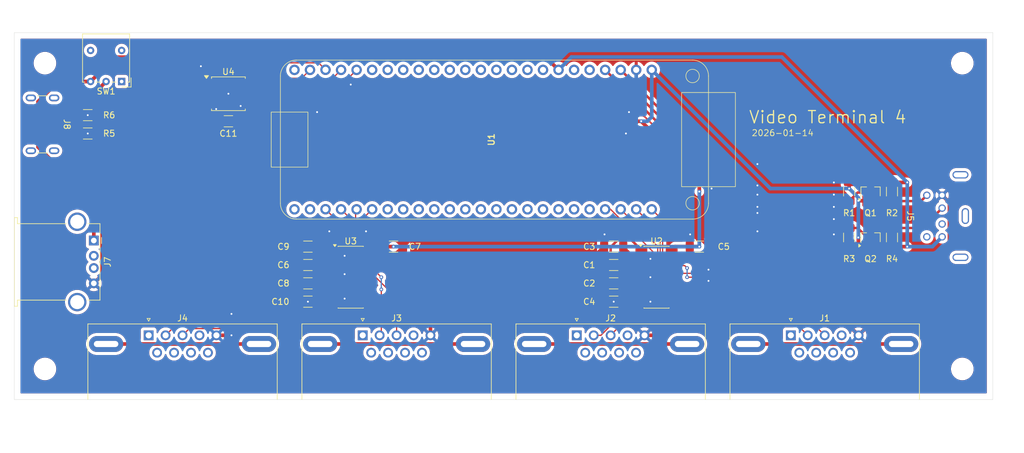
<source format=kicad_pcb>
(kicad_pcb (version 20241229) (generator "pcbnew") (generator_version "9.0")
  (layers (0 "F.Cu" signal) (2 "B.Cu" signal) (13 "F.Paste" user) (15 "B.Paste" user) (5 "F.SilkS" user "F.Silkscreen") (7 "B.SilkS" user "B.Silkscreen") (1 "F.Mask" user) (3 "B.Mask" user) (25 "Edge.Cuts" user))
  (net 0 "")
  (net 1 "Net-(U2-C1+)")
  (net 2 "Net-(U2-C1-)")
  (net 3 "Net-(U2-C2-)")
  (net 4 "Net-(U2-C2+)")
  (net 5 "GND")
  (net 6 "Net-(U2-VS+)")
  (net 7 "Net-(U2-VS-)")
  (net 8 "+3V3")
  (net 9 "Net-(U3-C1+)")
  (net 10 "Net-(U3-C1-)")
  (net 11 "Net-(U3-C2+)")
  (net 12 "Net-(U3-C2-)")
  (net 13 "Net-(U3-VS+)")
  (net 14 "Net-(U3-VS-)")
  (net 16 "unconnected-(J1-PAD-Pad0)")
  (net 19 "Net-(U2-T1OUT)")
  (net 22 "Net-(U2-R1IN)")
  (net 29 "Net-(U2-T2OUT)")
  (net 30 "unconnected-(J2-PAD-Pad0)")
  (net 31 "Net-(U2-R2IN)")
  (net 33 "unconnected-(J3-PAD-Pad0)")
  (net 34 "Net-(U3-T1OUT)")
  (net 39 "Net-(U3-R1IN)")
  (net 44 "unconnected-(J4-PAD-Pad0)")
  (net 46 "Net-(U3-T2OUT)")
  (net 50 "Net-(U3-R2IN)")
  (net 51 "+5V")
  (net 52 "PS{slash}2 data 5V")
  (net 55 "PS{slash}2 clk 5V")
  (net 61 "Net-(J8-CC2)")
  (net 65 "Net-(J8-CC1)")
  (net 66 "PS{slash}2 clk 3V3")
  (net 67 "PS{slash}2 data 3V3")
  (net 99 "UART 1 RX")
  (net 100 "UART 2 TX")
  (net 101 "UART 2 RX")
  (net 102 "UART 1 TX")
  (net 103 "UART 4 TX")
  (net 104 "UART 3 RX")
  (net 105 "UART 4 RX")
  (net 106 "UART 3 TX")
  (net 108 "Net-(SW1-B)")
  (net 110 "FeRAM SCLK")
  (net 111 "FeRAM SI")
  (net 112 "FeRAM SO")
  (net 113 "FeRAM CS")
  (footprint "MountingHole:MountingHole_3.2mm_M3" (layer "F.Cu") (at 205 55)
    (property "Reference" "H2" (hide yes))
    (property "Value" "MountingHole")
  )
  (footprint "MountingHole:MountingHole_3.2mm_M3" (layer "F.Cu") (at 205 105)
    (property "Reference" "H4" (hide yes))
    (property "Value" "MountingHole")
  )
  (footprint "Capacitor_SMD:C_1206_3216Metric_Pad1.33x1.80mm_HandSolder" (layer "F.Cu") (at 98 88)
    (property "Reference" "C6")
    (property "Value" "100nF")
  )
  (footprint "Capacitor_SMD:C_1206_3216Metric_Pad1.33x1.80mm_HandSolder" (layer "F.Cu") (at 98 94)
    (property "Reference" "C10")
    (property "Value" "100nF")
  )
  (footprint "Resistor_SMD:R_1206_3216Metric_Pad1.30x1.75mm_HandSolder" (layer "F.Cu") (at 193.5 76 -90)
    (property "Reference" "R2")
    (property "Value" "10k")
  )
  (footprint "Package_TO_SOT_SMD:SOT-23_Handsoldering" (layer "F.Cu") (at 190 83.5 90)
    (property "Reference" "Q2")
    (property "Value" "BSS138")
  )
  (footprint "0-footprints:Mini_DIN_round_6_canned" (layer "F.Cu") (at 210.2 80 -90)
    (property "Reference" "J5")
    (property "Value" "Mini-DIN-6")
  )
  (footprint "0-footprints:DSUB-9_Pins_Horizontal" (layer "F.Cu") (at 71.96 99.5)
    (property "Reference" "J4")
    (property "Value" "DE9")
  )
  (footprint "Package_SO:SOIC-16_3.9x9.9mm_P1.27mm" (layer "F.Cu") (at 155 90)
    (property "Reference" "U2")
    (property "Value" "MAX3232")
  )
  (footprint "MountingHole:MountingHole_3.2mm_M3" (layer "F.Cu") (at 55 55)
    (property "Reference" "H1" (hide yes))
    (property "Value" "MountingHole")
  )
  (footprint "Capacitor_SMD:C_1206_3216Metric_Pad1.33x1.80mm_HandSolder" (layer "F.Cu") (at 148 94)
    (property "Reference" "C4")
    (property "Value" "100nF")
  )
  (footprint "Resistor_SMD:R_1206_3216Metric_Pad1.30x1.75mm_HandSolder" (layer "F.Cu") (at 62 66.5)
    (property "Reference" "R5")
    (property "Value" "5.1k")
  )
  (footprint "Capacitor_SMD:C_1206_3216Metric_Pad1.33x1.80mm_HandSolder" (layer "F.Cu") (at 112 85 180)
    (property "Reference" "C7")
    (property "Value" "100nF")
  )
  (footprint "Capacitor_SMD:C_1206_3216Metric_Pad1.33x1.80mm_HandSolder" (layer "F.Cu") (at 148 88)
    (property "Reference" "C1")
    (property "Value" "100nF")
  )
  (footprint "Package_SO:SOIC-8_5.3x5.3mm_P1.27mm" (layer "F.Cu") (at 85 60)
    (property "Reference" "U4")
    (property "Value" "CY15B102QSN-108SXI")
  )
  (footprint "Connector_USB:USB_A_Stewart_SS-52100-001_Horizontal" (layer "F.Cu") (at 62.99 84 -90)
    (property "Reference" "J7")
    (property "Value" "USB_A")
  )
  (footprint "0-footprints:DSUB-9_Pins_Horizontal" (layer "F.Cu") (at 141.96 99.5)
    (property "Reference" "J2")
    (property "Value" "DE9")
  )
  (footprint "Resistor_SMD:R_1206_3216Metric_Pad1.30x1.75mm_HandSolder" (layer "F.Cu") (at 186.5 76 -90)
    (property "Reference" "R1")
    (property "Value" "10k")
  )
  (footprint "0-footprints:DSUB-9_Pins_Horizontal" (layer "F.Cu") (at 176.96 99.5)
    (property "Reference" "J1")
    (property "Value" "DE9")
  )
  (footprint "Capacitor_SMD:C_1206_3216Metric_Pad1.33x1.80mm_HandSolder" (layer "F.Cu") (at 148 85)
    (property "Reference" "C3")
    (property "Value" "100nF")
  )
  (footprint "Resistor_SMD:R_1206_3216Metric_Pad1.30x1.75mm_HandSolder" (layer "F.Cu") (at 186.5 83.5 90)
    (property "Reference" "R3")
    (property "Value" "10k")
  )
  (footprint "Connector_USB:USB_C_Receptacle_GCT_USB4125-xx-x-0190_6P_TopMnt_Horizontal" (layer "F.Cu") (at 53.5 65 -90)
    (property "Reference" "J8")
    (property "Value" "USB_C_PowerOnly_6P")
  )
  (footprint "Capacitor_SMD:C_1206_3216Metric_Pad1.33x1.80mm_HandSolder" (layer "F.Cu") (at 148 91)
    (property "Reference" "C2")
    (property "Value" "100nF")
  )
  (footprint "Button_Switch_THT:SW_Lever_1P2T_NKK_GW12LxH" (layer "F.Cu") (at 67.54 58 180)
    (property "Reference" "SW1")
    (property "Value" "SW_SPDT")
  )
  (footprint "MountingHole:MountingHole_3.2mm_M3" (layer "F.Cu") (at 55 105)
    (property "Reference" "H3" (hide yes))
    (property "Value" "MountingHole")
  )
  (footprint "Capacitor_SMD:C_1206_3216Metric_Pad1.33x1.80mm_HandSolder" (layer "F.Cu") (at 98 85)
    (property "Reference" "C9")
    (property "Value" "100nF")
  )
  (footprint "0-footprints:Tang Nano 9k" (layer "F.Cu") (at 95.8 67.5 90)
    (property "Reference" "U1")
    (property "Value" "Tang Nano 9k")
  )
  (footprint "Capacitor_SMD:C_1206_3216Metric_Pad1.33x1.80mm_HandSolder" (layer "F.Cu") (at 98 91)
    (property "Reference" "C8")
    (property "Value" "100nF")
  )
  (footprint "Resistor_SMD:R_1206_3216Metric_Pad1.30x1.75mm_HandSolder" (layer "F.Cu") (at 62 63.5)
    (property "Reference" "R6")
    (property "Value" "5.1k")
  )
  (footprint "Resistor_SMD:R_1206_3216Metric_Pad1.30x1.75mm_HandSolder" (layer "F.Cu") (at 193.5 83.5 90)
    (property "Reference" "R4")
    (property "Value" "10k")
  )
  (footprint "Package_SO:SOIC-16_3.9x9.9mm_P1.27mm" (layer "F.Cu") (at 105 90)
    (property "Reference" "U3")
    (property "Value" "MAX3232")
  )
  (footprint "0-footprints:DSUB-9_Pins_Horizontal" (layer "F.Cu") (at 106.96 99.5)
    (property "Reference" "J3")
    (property "Value" "DE9")
  )
  (footprint "Capacitor_SMD:C_1206_3216Metric_Pad1.33x1.80mm_HandSolder" (layer "F.Cu") (at 85 64.5)
    (property "Reference" "C11")
    (property "Value" "100nF")
  )
  (footprint "Package_TO_SOT_SMD:SOT-23_Handsoldering" (layer "F.Cu") (at 190 76 90)
    (property "Reference" "Q1")
    (property "Value" "BSS138")
  )
  (footprint "Capacitor_SMD:C_1206_3216Metric_Pad1.33x1.80mm_HandSolder" (layer "F.Cu") (at 162 85 180)
    (property "Reference" "C5")
    (property "Value" "100nF")
  )
  (gr_line (start 50 110) (end 50 50) (stroke (width 0.05)) (layer "Edge.Cuts"))
  (gr_line (start 50 50) (end 210 50) (stroke (width 0.05)) (layer "Edge.Cuts"))
  (gr_line (start 210 50) (end 210 110) (stroke (width 0.05)) (layer "Edge.Cuts"))
  (gr_line (start 210 110) (end 50 110) (stroke (width 0.05)) (layer "Edge.Cuts"))
  (gr_text "2026-01-14" (at 170.5 67 0) (layer "F.SilkS") (effects (font (size 1 1) (thickness 0.125)) (justify left bottom)))
  (gr_text "Video Terminal 4" (at 170 65 0) (layer "F.SilkS") (effects (font (size 2 2) (thickness 0.2)) (justify left bottom)))
  (segment (start 147.501 85.07142) (end 147.501 86.9365) (width 0.4) (layer "F.Cu") (net 1))
  (segment (start 152.525 85.555) (end 150.669 83.699) (width 0.4) (layer "F.Cu") (net 1))
  (segment (start 147.501 86.9365) (end 146.4375 88) (width 0.4) (layer "F.Cu") (net 1))
  (segment (start 150.669 83.699) (end 148.87342 83.699) (width 0.4) (layer "F.Cu") (net 1))
  (segment (start 148.87342 83.699) (end 147.501 85.07142) (width 0.4) (layer "F.Cu") (net 1))
  (segment (start 152.525 88.095) (end 149.6575 88.095) (width 0.4) (layer "F.Cu") (net 2))
  (segment (start 149.6575 88.095) (end 149.5625 88) (width 0.4) (layer "F.Cu") (net 2))
  (segment (start 152.525 90.635) (end 149.9275 90.635) (width 0.4) (layer "F.Cu") (net 3))
  (segment (start 149.9275 90.635) (end 149.5625 91) (width 0.4) (layer "F.Cu") (net 3))
  (segment (start 148.0725 89.365) (end 146.4375 91) (width 0.4) (layer "F.Cu") (net 4))
  (segment (start 152.525 89.365) (end 148.0725 89.365) (width 0.4) (layer "F.Cu") (net 4))
  (segment (start 161.7375 86.825) (end 157.475 86.825) (width 0.6) (layer "F.Cu") (net 5))
  (segment (start 98.9375 82.5) (end 96.4375 85) (width 0.6) (layer "F.Cu") (net 5))
  (segment (start 85.5 96) (end 94.4375 96) (width 0.6) (layer "F.Cu") (net 5))
  (segment (start 83.4375 64.5) (end 85.4375 66.5) (width 0.6) (layer "F.Cu") (net 5))
  (segment (start 201.7 76.6) (end 202.899 77.799) (width 0.6) (layer "F.Cu") (net 5))
  (segment (start 94 87.4375) (end 96.4375 85) (width 0.6) (layer "F.Cu") (net 5))
  (segment (start 96.4375 94) (end 94 91.5625) (width 0.6) (layer "F.Cu") (net 5))
  (segment (start 161.5625 83) (end 160.5 83) (width 0.6) (layer "F.Cu") (net 5))
  (segment (start 163.5625 80.0625) (end 163.5625 85) (width 0.6) (layer "F.Cu") (net 5))
  (segment (start 81.5 63.5) (end 82.4375 63.5) (width 0.6) (layer "F.Cu") (net 5))
  (segment (start 113.5625 85) (end 111.0625 82.5) (width 0.6) (layer "F.Cu") (net 5))
  (segment (start 64.291 74.861) (end 60.465 71.035) (width 0.6) (layer "F.Cu") (net 5))
  (segment (start 163.5625 88.7025) (end 163.5 88.765) (width 0.6) (layer "F.Cu") (net 5))
  (segment (start 94.4375 96) (end 96.4375 94) (width 0.6) (layer "F.Cu") (net 5))
  (segment (start 54.678 66.350786) (end 56.077214 67.75) (width 0.6) (layer "F.Cu") (net 5))
  (segment (start 111.0625 82.5) (end 107.5 82.5) (width 0.6) (layer "F.Cu") (net 5))
  (segment (start 81.4125 61.905) (end 81.4125 63.4125) (width 0.6) (layer "F.Cu") (net 5))
  (segment (start 57.18 67.75) (end 56.58 67.75) (width 0.6) (layer "F.Cu") (net 5))
  (segment (start 173.54 85) (end 163.5625 85) (width 0.6) (layer "F.Cu") (net 5))
  (segment (start 60.465 71.035) (end 57.18 67.75) (width 0.6) (layer "F.Cu") (net 5))
  (segment (start 163.5625 85) (end 161.7375 86.825) (width 0.6) (layer "F.Cu") (net 5))
  (segment (start 63.55 63.5) (end 63.55 66.5) (width 0.6) (layer "F.Cu") (net 5))
  (segment (start 101.5 82.5) (end 98.9375 82.5) (width 0.6) (layer "F.Cu") (net 5))
  (segment (start 63.55 63.5) (end 81.5 63.5) (width 0.6) (layer "F.Cu") (net 5))
  (segment (start 113.5625 85) (end 113.5625 86.0625) (width 0.6) (layer "F.Cu") (net 5))
  (segment (start 146.4375 85) (end 144.5 86.9375) (width 0.6) (layer "F.Cu") (net 5))
  (segment (start 202.899 77.799) (end 202.899 84.641) (width 0.6) (layer "F.Cu") (net 5))
  (segment (start 144.5 86.9375) (end 144.5 92.0625) (width 0.6) (layer "F.Cu") (net 5))
  (segment (start 163.5 90.6) (end 154.6 99.5) (width 0.6) (layer "F.Cu") (net 5))
  (segment (start 56.58 62.25) (end 55.98 62.25) (width 0.6) (layer "F.Cu") (net 5))
  (segment (start 202.899 84.641) (end 188.04 99.5) (width 0.6) (layer "F.Cu") (net 5))
  (segment (start 146.5 83) (end 146.5 84.9375) (width 0.6) (layer "F.Cu") (net 5))
  (segment (start 83.04 99.5) (end 85.5 99.5) (width 0.6) (layer "F.Cu") (net 5))
  (segment (start 81.4125 63.4125) (end 81.5 63.5) (width 0.6) (layer "F.Cu") (net 5))
  (segment (start 144.5 92.0625) (end 146.4375 94) (width 0.6) (layer "F.Cu") (net 5))
  (segment (start 62.99 91) (end 64.291 89.699) (width 0.6) (layer "F.Cu") (net 5))
  (segment (start 111.7375 86.825) (end 113.5625 85) (width 0.6) (layer "F.Cu") (net 5))
  (segment (start 56.077214 67.75) (end 56.58 67.75) (width 0.6) (layer "F.Cu") (net 5))
  (segment (start 163.5625 85) (end 161.5625 83) (width 0.6) (layer "F.Cu") (net 5))
  (segment (start 63.55 66.5) (end 63.55 67.95) (width 0.6) (layer "F.Cu") (net 5))
  (segment (start 94 91.5625) (end 94 87.4375) (width 0.6) (layer "F.Cu") (net 5))
  (segment (start 107.475 86.825) (end 111.7375 86.825) (width 0.6) (layer "F.Cu") (net 5))
  (segment (start 118.04 90.54) (end 118.04 99.5) (width 0.6) (layer "F.Cu") (net 5))
  (segment (start 54.678 63.552) (end 54.678 66.350786) (width 0.6) (layer "F.Cu") (net 5))
  (segment (start 113.5625 86.0625) (end 118.04 90.54) (width 0.6) (layer "F.Cu") (net 5))
  (segment (start 63.55 67.95) (end 60.465 71.035) (width 0.6) (layer "F.Cu") (net 5))
  (segment (start 115.5625 83) (end 113.5625 85) (width 0.6) (layer "F.Cu") (net 5))
  (segment (start 82.4375 63.5) (end 83.4375 64.5) (width 0.6) (layer "F.Cu") (net 5))
  (segment (start 163.5625 85) (end 163.5625 88.7025) (width 0.6) (layer "F.Cu") (net 5))
  (segment (start 64.291 89.699) (end 64.291 74.861) (width 0.6) (layer "F.Cu") (net 5))
  (segment (start 85.4375 66.5) (end 150 66.5) (width 0.6) (layer "F.Cu") (net 5))
  (segment (start 146.5 84.9375) (end 146.4375 85) (width 0.6) (layer "F.Cu") (net 5))
  (segment (start 188.04 99.5) (end 173.54 85) (width 0.6) (layer "F.Cu") (net 5))
  (segment (start 150 66.5) (end 163.5625 80.0625) (width 0.6) (layer "F.Cu") (net 5))
  (segment (start 154.6 99.5) (end 153.04 99.5) (width 0.6) (layer "F.Cu") (net 5))
  (segment (start 55.98 62.25) (end 54.678 63.552) (width 0.6) (layer "F.Cu") (net 5))
  (segment (start 146.5 83) (end 115.5625 83) (width 0.6) (layer "F.Cu") (net 5))
  (via (at 87 62) (size 0.6) (drill 0.3) (layers "F.Cu" "B.Cu") (net 5))
  (via (at 62 63.5) (size 0.6) (drill 0.3) (layers "F.Cu" "B.Cu") (net 5))
  (via (at 150 66.5) (size 0.6) (drill 0.3) (layers "F.Cu" "B.Cu") (net 5))
  (via (at 184 80.5) (size 0.6) (drill 0.3) (layers "F.Cu" "B.Cu") (net 5))
  (via (at 85 60) (size 0.6) (drill 0.3) (layers "F.Cu" "B.Cu") (net 5))
  (via (at 171.5 75) (size 0.6) (drill 0.3) (layers "F.Cu" "B.Cu") (net 5))
  (via (at 171.5 78.5) (size 0.6) (drill 0.3) (layers "F.Cu" "B.Cu") (net 5))
  (via (at 163.5 90.6) (size 0.6) (drill 0.3) (layers "F.Cu" "B.Cu") (net 5))
  (via (at 104 93.5) (size 0.6) (drill 0.3) (layers "F.Cu" "B.Cu") (net 5))
  (via (at 80.5 55.5) (size 0.6) (drill 0.3) (layers "F.Cu" "B.Cu") (net 5))
  (via (at 85.5 99.5) (size 0.6) (drill 0.3) (layers "F.Cu" "B.Cu") (net 5))
  (via (at 62 66.5) (size 0.6) (drill 0.3) (layers "F.Cu" "B.Cu") (net 5))
  (via (at 164 75.5) (size 0.6) (drill 0.3) (layers "F.Cu" "B.Cu") (net 5))
  (via (at 184 74.5) (size 0.6) (drill 0.3) (layers "F.Cu" "B.Cu") (net 5))
  (via (at 101.5 82.5) (size 0.6) (drill 0.3) (layers "F.Cu" "B.Cu") (net 5))
  (via (at 107.5 82.5) (size 0.6) (drill 0.3) (layers "F.Cu" "B.Cu") (net 5))
  (via (at 148 94) (size 0.6) (drill 0.3) (layers "F.Cu" "B.Cu") (net 5))
  (via (at 184 76.5) (size 0.6) (drill 0.3) (layers "F.Cu" "B.Cu") (net 5))
  (via (at 163.5 88.765) (size 0.6) (drill 0.3) (layers "F.Cu" "B.Cu") (net 5))
  (via (at 83 62.5) (size 0.6) (drill 0.3) (layers "F.Cu" "B.Cu") (net 5))
  (via (at 154 94) (size 0.6) (drill 0.3) (layers "F.Cu" "B.Cu") (net 5))
  (via (at 99.5 63) (size 0.6) (drill 0.3) (layers "F.Cu" "B.Cu") (net 5))
  (via (at 104 86.5) (size 0.6) (drill 0.3) (layers "F.Cu" "B.Cu") (net 5))
  (via (at 154 87) (size 0.6) (drill 0.3) (layers "F.Cu" "B.Cu") (net 5))
  (via (at 104 89.5) (size 0.6) (drill 0.3) (layers "F.Cu" "B.Cu") (net 5))
  (via (at 184 83) (size 0.6) (drill 0.3) (layers "F.Cu" "B.Cu") (net 5))
  (via (at 171.5 79.5) (size 0.6) (drill 0.3) (layers "F.Cu" "B.Cu") (net 5))
  (via (at 105 58.5) (size 0.6) (drill 0.3) (layers "F.Cu" "B.Cu") (net 5))
  (via (at 154 90) (size 0.6) (drill 0.3) (layers "F.Cu" "B.Cu") (net 5))
  (via (at 171.5 76.5) (size 0.6) (drill 0.3) (layers "F.Cu" "B.Cu") (net 5))
  (via (at 160.5 83) (size 0.6) (drill 0.3) (layers "F.Cu" "B.Cu") (net 5))
  (via (at 171.5 71.5) (size 0.6) (drill 0.3) (layers "F.Cu" "B.Cu") (net 5))
  (via (at 171.5 82.5) (size 0.6) (drill 0.3) (layers "F.Cu" "B.Cu") (net 5))
  (via (at 184 78.5) (size 0.6) (drill 0.3) (layers "F.Cu" "B.Cu") (net 5))
  (via (at 85.5 96) (size 0.6) (drill 0.3) (layers "F.Cu" "B.Cu") (net 5))
  (via (at 150.5 63) (size 0.6) (drill 0.3) (layers "F.Cu" "B.Cu") (net 5))
  (via (at 146.5 83) (size 0.6) (drill 0.3) (layers "F.Cu" "B.Cu") (net 5))
  (via (at 98 94) (size 0.6) (drill 0.3) (layers "F.Cu" "B.Cu") (net 5))
  (segment (start 160.5 83) (end 146.5 83) (width 0.6) (layer "B.Cu") (net 5))
  (segment (start 163.5 88.765) (end 163.5 90.6) (width 0.6) (layer "B.Cu") (net 5))
  (segment (start 151.68 64.82) (end 151.68 56.1) (width 0.6) (layer "B.Cu") (net 5))
  (segment (start 150 66.5) (end 151.68 64.82) (width 0.6) (layer "B.Cu") (net 5))
  (segment (start 85.5 99.5) (end 85.5 96) (width 0.6) (layer "B.Cu") (net 5))
  (segment (start 107.5 82.5) (end 101.5 82.5) (width 0.6) (layer "B.Cu") (net 5))
  (segment (start 152.525 86.825) (end 151.3875 86.825) (width 0.4) (layer "F.Cu") (net 6))
  (segment (start 151.3875 86.825) (end 149.5625 85) (width 0.4) (layer "F.Cu") (net 6))
  (segment (start 151.6575 91.905) (end 149.5625 94) (width 0.4) (layer "F.Cu") (net 7))
  (segment (start 152.525 91.905) (end 151.6575 91.905) (width 0.4) (layer "F.Cu") (net 7))
  (segment (start 162 76) (end 162 74) (width 0.6) (layer "F.Cu") (net 8))
  (segment (start 160.4375 85) (end 158.03 85) (width 0.6) (layer "F.Cu") (net 8))
  (segment (start 188 85) (end 186.55 85) (width 0.6) (layer "F.Cu") (net 8))
  (segment (start 186.5 75.5) (end 186.5 74.45) (width 0.6) (layer "F.Cu") (net 8))
  (segment (start 82.6975 60.635) (end 86.5625 64.5) (width 0.6) (layer "F.Cu") (net 8))
  (segment (start 88.5875 58.095) (end 85.2375 58.095) (width 0.6) (layer "F.Cu") (net 8))
  (segment (start 158.03 85) (end 157.475 85.555) (width 0.6) (layer "F.Cu") (net 8))
  (segment (start 110.4375 85) (end 112 85) (width 0.6) (layer "F.Cu") (net 8))
  (segment (start 81.4125 60.635) (end 82.6975 60.635) (width 0.6) (layer "F.Cu") (net 8))
  (segment (start 162 85) (end 160.4375 85) (width 0.6) (layer "F.Cu") (net 8))
  (segment (start 188 85) (end 188 83.5) (width 0.6) (layer "F.Cu") (net 8))
  (segment (start 188 77.5) (end 189.05 77.5) (width 0.6) (layer "F.Cu") (net 8))
  (segment (start 107.475 85.555) (end 109.8825 85.555) (width 0.6) (layer "F.Cu") (net 8))
  (segment (start 85.2375 58.095) (end 82.6975 60.635) (width 0.6) (layer "F.Cu") (net 8))
  (segment (start 86.5625 64.5) (end 152.5 64.5) (width 0.6) (layer "F.Cu") (net 8))
  (segment (start 189.05 85) (end 188 85) (width 0.6) (layer "F.Cu") (net 8))
  (segment (start 186.55 85) (end 186.5 85.05) (width 0.6) (layer "F.Cu") (net 8))
  (segment (start 109.8825 85.555) (end 110.4375 85) (width 0.6) (layer "F.Cu") (net 8))
  (segment (start 162 74) (end 152.5 64.5) (width 0.6) (layer "F.Cu") (net 8))
  (via (at 162 85) (size 0.6) (drill 0.3) (layers "F.Cu" "B.Cu") (net 8))
  (via (at 188 83.5) (size 0.6) (drill 0.3) (layers "F.Cu" "B.Cu") (net 8))
  (via (at 188 77.5) (size 0.6) (drill 0.3) (layers "F.Cu" "B.Cu") (net 8))
  (via (at 162 76) (size 0.6) (drill 0.3) (layers "F.Cu" "B.Cu") (net 8))
  (via (at 152.5 64.5) (size 0.6) (drill 0.3) (layers "F.Cu" "B.Cu") (net 8))
  (via (at 112 85) (size 0.6) (drill 0.3) (layers "F.Cu" "B.Cu") (net 8))
  (via (at 186.5 75.5) (size 0.6) (drill 0.3) (layers "F.Cu" "B.Cu") (net 8))
  (segment (start 186.5 75.5) (end 173.62 75.5) (width 0.6) (layer "B.Cu") (net 8))
  (segment (start 173.62 75.5) (end 154.22 56.1) (width 0.6) (layer "B.Cu") (net 8))
  (segment (start 154.22 56.1) (end 154.22 63.78) (width 0.6) (layer "B.Cu") (net 8))
  (segment (start 154.22 63.78) (end 153.5 64.5) (width 0.6) (layer "B.Cu") (net 8))
  (segment (start 188 77.5) (end 188 77) (width 0.6) (layer "B.Cu") (net 8))
  (segment (start 188 83.5) (end 188 77.5) (width 0.6) (layer "B.Cu") (net 8))
  (segment (start 162 85) (end 162 76) (width 0.6) (layer "B.Cu") (net 8))
  (segment (start 112 85) (end 162 85) (width 0.6) (layer "B.Cu") (net 8))
  (segment (start 153.5 64.5) (end 152.5 64.5) (width 0.6) (layer "B.Cu") (net 8))
  (segment (start 188 77) (end 186.5 75.5) (width 0.6) (layer "B.Cu") (net 8))
  (segment (start 100.669 83.699) (end 98.87342 83.699) (width 0.4) (layer "F.Cu") (net 9))
  (segment (start 97.501 86.9365) (end 96.4375 88) (width 0.4) (layer "F.Cu") (net 9))
  (segment (start 102.525 85.555) (end 100.669 83.699) (width 0.4) (layer "F.Cu") (net 9))
  (segment (start 97.501 85.07142) (end 97.501 86.9365) (width 0.4) (layer "F.Cu") (net 9))
  (segment (start 98.87342 83.699) (end 97.501 85.07142) (width 0.4) (layer "F.Cu") (net 9))
  (segment (start 102.525 88.095) (end 99.6575 88.095) (width 0.4) (layer "F.Cu") (net 10))
  (segment (start 99.6575 88.095) (end 99.5625 88) (width 0.4) (layer "F.Cu") (net 10))
  (segment (start 98.0725 89.365) (end 96.4375 91) (width 0.4) (layer "F.Cu") (net 11))
  (segment (start 102.525 89.365) (end 98.0725 89.365) (width 0.4) (layer "F.Cu") (net 11))
  (segment (start 99.9275 90.635) (end 99.5625 91) (width 0.4) (layer "F.Cu") (net 12))
  (segment (start 102.525 90.635) (end 99.9275 90.635) (width 0.4) (layer "F.Cu") (net 12))
  (segment (start 101.3875 86.825) (end 99.5625 85) (width 0.4) (layer "F.Cu") (net 13))
  (segment (start 102.525 86.825) (end 101.3875 86.825) (width 0.4) (layer "F.Cu") (net 13))
  (segment (start 102.525 91.905) (end 101.6575 91.905) (width 0.4) (layer "F.Cu") (net 14))
  (segment (start 101.6575 91.905) (end 99.5625 94) (width 0.4) (layer "F.Cu") (net 14))
  (segment (start 170 100.92) (end 195 100.92) (width 0.6) (layer "F.Cu") (net 16))
  (segment (start 170.23 90) (end 160 90) (width 0.2) (layer "F.Cu") (net 19))
  (segment (start 160 88.5) (end 159.595 88.095) (width 0.2) (layer "F.Cu") (net 19))
  (segment (start 159.595 88.095) (end 157.475 88.095) (width 0.2) (layer "F.Cu") (net 19))
  (segment (start 179.73 99.5) (end 170.23 90) (width 0.2) (layer "F.Cu") (net 19))
  (via (at 160 88.5) (size 0.6) (drill 0.3) (layers "F.Cu" "B.Cu") (net 19))
  (via (at 160 90) (size 0.6) (drill 0.3) (layers "F.Cu" "B.Cu") (net 19))
  (segment (start 160 90) (end 160 88.5) (width 0.2) (layer "B.Cu") (net 19))
  (segment (start 172.365 89.365) (end 182.5 99.5) (width 0.2) (layer "F.Cu") (net 22))
  (segment (start 157.475 89.365) (end 172.365 89.365) (width 0.2) (layer "F.Cu") (net 22))
  (segment (start 150.526 94.474) (end 150.526 94.88516) (width 0.2) (layer "F.Cu") (net 29))
  (segment (start 145.91116 99.5) (end 144.73 99.5) (width 0.2) (layer "F.Cu") (net 29))
  (segment (start 150.526 94.88516) (end 145.91116 99.5) (width 0.2) (layer "F.Cu") (net 29))
  (segment (start 151.825 93.175) (end 150.526 94.474) (width 0.2) (layer "F.Cu") (net 29))
  (segment (start 152.525 93.175) (end 151.825 93.175) (width 0.2) (layer "F.Cu") (net 29))
  (segment (start 135 100.92) (end 160 100.92) (width 0.6) (layer "F.Cu") (net 30))
  (segment (start 147.5 99.47) (end 147.5 99.5) (width 0.2) (layer "F.Cu") (net 31))
  (segment (start 152.525 94.445) (end 147.5 99.47) (width 0.2) (layer "F.Cu") (net 31))
  (segment (start 100 100.92) (end 125 100.92) (width 0.6) (layer "F.Cu") (net 33))
  (segment (start 110 99.23) (end 109.73 99.5) (width 0.2) (layer "F.Cu") (net 34))
  (segment (start 107.475 88.095) (end 108.095 88.095) (width 0.2) (layer "F.Cu") (net 34))
  (segment (start 108.095 88.095) (end 110 90) (width 0.2) (layer "F.Cu") (net 34))
  (segment (start 110 92) (end 110 99.23) (width 0.2) (layer "F.Cu") (net 34))
  (via (at 110 90) (size 0.6) (drill 0.3) (layers "F.Cu" "B.Cu") (net 34))
  (via (at 110 92) (size 0.6) (drill 0.3) (layers "F.Cu" "B.Cu") (net 34))
  (segment (start 110 90) (end 110 92) (width 0.2) (layer "B.Cu") (net 34))
  (segment (start 112.5 93.415001) (end 112.5 99.5) (width 0.2) (layer "F.Cu") (net 39))
  (segment (start 107.475 89.365) (end 108.449999 89.365) (width 0.2) (layer "F.Cu") (net 39))
  (segment (start 108.449999 89.365) (end 112.5 93.415001) (width 0.2) (layer "F.Cu") (net 39))
  (segment (start 65 100.92) (end 90 100.92) (width 0.6) (layer "F.Cu") (net 44))
  (segment (start 97.66216 97.998) (end 101.249 94.41116) (width 0.2) (layer "F.Cu") (net 46))
  (segment (start 74.73 99.5) (end 76.232 97.998) (width 0.2) (layer "F.Cu") (net 46))
  (segment (start 101.249 94.41116) (end 101.249 93.476001) (width 0.2) (layer "F.Cu") (net 46))
  (segment (start 76.232 97.998) (end 97.66216 97.998) (width 0.2) (layer "F.Cu") (net 46))
  (segment (start 101.550001 93.175) (end 102.525 93.175) (width 0.2) (layer "F.Cu") (net 46))
  (segment (start 101.249 93.476001) (end 101.550001 93.175) (width 0.2) (layer "F.Cu") (net 46))
  (segment (start 78.601 98.399) (end 77.5 99.5) (width 0.2) (layer "F.Cu") (net 50))
  (segment (start 98.571 98.399) (end 78.601 98.399) (width 0.2) (layer "F.Cu") (net 50))
  (segment (start 102.525 94.445) (end 98.571 98.399) (width 0.2) (layer "F.Cu") (net 50))
  (segment (start 196 85) (end 193.55 85) (width 0.6) (layer "F.Cu") (net 51))
  (segment (start 62.46 58) (end 66.439 54.021) (width 0.6) (layer "F.Cu") (net 51))
  (segment (start 196 74.5) (end 193.55 74.5) (width 0.6) (layer "F.Cu") (net 51))
  (segment (start 62.99 77.823662) (end 62.99 84) (width 0.6) (layer "F.Cu") (net 51))
  (segment (start 66.439 54.021) (end 136.901 54.021) (width 0.6) (layer "F.Cu") (net 51))
  (segment (start 193.55 85) (end 193.5 85.05) (width 0.6) (layer "F.Cu") (net 51))
  (segment (start 136.901 54.021) (end 138.98 56.1) (width 0.6) (layer "F.Cu") (net 51))
  (segment (start 53.877 61.289338) (end 53.877 68.710662) (width 0.6) (layer "F.Cu") (net 51))
  (segment (start 62.46 58) (end 57.166338 58) (width 0.6) (layer "F.Cu") (net 51))
  (segment (start 53.877 68.710662) (end 62.99 77.823662) (width 0.6) (layer "F.Cu") (net 51))
  (segment (start 57.166338 58) (end 53.877 61.289338) (width 0.6) (layer "F.Cu") (net 51))
  (segment (start 193.55 74.5) (end 193.5 74.45) (width 0.6) (layer "F.Cu") (net 51))
  (via (at 196 85) (size 0.6) (drill 0.3) (layers "F.Cu" "B.Cu") (net 51))
  (via (at 196 74.5) (size 0.6) (drill 0.3) (layers "F.Cu" "B.Cu") (net 51))
  (segment (start 196 85) (end 196 74.5) (width 0.6) (layer "B.Cu") (net 51))
  (segment (start 200.1 85) (end 196 85) (width 0.6) (layer "B.Cu") (net 51))
  (segment (start 196 74.5) (end 175.5 54) (width 0.6) (layer "B.Cu") (net 51))
  (segment (start 141.08 54) (end 138.98 56.1) (width 0.6) (layer "B.Cu") (net 51))
  (segment (start 201.7 83.4) (end 200.1 85) (width 0.6) (layer "B.Cu") (net 51))
  (segment (start 175.5 54) (end 141.08 54) (width 0.6) (layer "B.Cu") (net 51))
  (segment (start 201.7 78.7) (end 198.45 81.95) (width 0.4) (layer "F.Cu") (net 52))
  (segment (start 198.45 81.95) (end 193.5 81.95) (width 0.4) (layer "F.Cu") (net 52))
  (segment (start 193.5 81.95) (end 190.05 81.95) (width 0.4) (layer "F.Cu") (net 52))
  (segment (start 190.05 81.95) (end 190 82) (width 0.4) (layer "F.Cu") (net 52))
  (segment (start 198.25 77.55) (end 193.5 77.55) (width 0.4) (layer "F.Cu") (net 55))
  (segment (start 193.5 77.55) (end 193.05 77.55) (width 0.4) (layer "F.Cu") (net 55))
  (segment (start 199.2 76.6) (end 198.25 77.55) (width 0.4) (layer "F.Cu") (net 55))
  (segment (start 193.05 77.55) (end 190 74.5) (width 0.4) (layer "F.Cu") (net 55))
  (segment (start 56.58 65.5) (end 59.45 65.5) (width 0.6) (layer "F.Cu") (net 61))
  (segment (start 59.45 65.5) (end 60.45 66.5) (width 0.6) (layer "F.Cu") (net 61))
  (segment (start 59.45 64.5) (end 60.45 63.5) (width 0.6) (layer "F.Cu") (net 65))
  (segment (start 56.58 64.5) (end 59.45 64.5) (width 0.6) (layer "F.Cu") (net 65))
  (segment (start 149.14 56.1) (end 170.59 77.55) (width 0.4) (layer "F.Cu") (net 66))
  (segment (start 170.59 77.55) (end 186.5 77.55) (width 0.4) (layer "F.Cu") (net 66))
  (segment (start 189.599 76.149) (end 187.901 76.149) (width 0.4) (layer "F.Cu") (net 66))
  (segment (start 190.95 77.5) (end 189.599 76.149) (width 0.4) (layer "F.Cu") (net 66))
  (segment (start 187.901 76.149) (end 186.5 77.55) (width 0.4) (layer "F.Cu") (net 66))
  (segment (start 146.6 56.1) (end 172.45 81.95) (width 0.4) (layer "F.Cu") (net 67))
  (segment (start 187.9 81.95) (end 186.5 81.95) (width 0.4) (layer "F.Cu") (net 67))
  (segment (start 172.45 81.95) (end 186.5 81.95) (width 0.4) (layer "F.Cu") (net 67))
  (segment (start 190.95 85) (end 187.9 81.95) (width 0.4) (layer "F.Cu") (net 67))
  (segment (start 154.22 78.9) (end 156 80.68) (width 0.2) (layer "F.Cu") (net 99))
  (segment (start 156 89.506968) (end 157.128032 90.635) (width 0.2) (layer "F.Cu") (net 99))
  (segment (start 156 80.68) (end 156 89.506968) (width 0.2) (layer "F.Cu") (net 99))
  (segment (start 157.128032 90.635) (end 157.475 90.635) (width 0.2) (layer "F.Cu") (net 99))
  (segment (start 155.198 91.244968) (end 157.128032 93.175) (width 0.2) (layer "F.Cu") (net 100))
  (segment (start 157.128032 93.175) (end 157.475 93.175) (width 0.2) (layer "F.Cu") (net 100))
  (segment (start 149.14 78.9) (end 155.198 84.958) (width 0.2) (layer "F.Cu") (net 100))
  (segment (start 155.198 84.958) (end 155.198 91.244968) (width 0.2) (layer "F.Cu") (net 100))
  (segment (start 147.486968 78.9) (end 154.797 86.210032) (width 0.2) (layer "F.Cu") (net 101))
  (segment (start 154.797 86.210032) (end 154.797 92.797) (width 0.2) (layer "F.Cu") (net 101))
  (segment (start 146.6 78.9) (end 147.486968 78.9) (width 0.2) (layer "F.Cu") (net 101))
  (segment (start 156.445 94.445) (end 157.475 94.445) (width 0.2) (layer "F.Cu") (net 101))
  (segment (start 154.797 92.797) (end 156.445 94.445) (width 0.2) (layer "F.Cu") (net 101))
  (segment (start 156.500001 91.905) (end 157.475 91.905) (width 0.2) (layer "F.Cu") (net 102))
  (segment (start 155.599 82.819) (end 155.599 91.003999) (width 0.2) (layer "F.Cu") (net 102))
  (segment (start 151.68 78.9) (end 155.599 82.819) (width 0.2) (layer "F.Cu") (net 102))
  (segment (start 155.599 91.003999) (end 156.500001 91.905) (width 0.2) (layer "F.Cu") (net 102))
  (segment (start 105.397 92.071999) (end 106.500001 93.175) (width 0.2) (layer "F.Cu") (net 103))
  (segment (start 103.42 78.9) (end 105.397 80.877) (width 0.2) (layer "F.Cu") (net 103))
  (segment (start 106.500001 93.175) (end 107.475 93.175) (width 0.2) (layer "F.Cu") (net 103))
  (segment (start 105.397 80.877) (end 105.397 92.071999) (width 0.2) (layer "F.Cu") (net 103))
  (segment (start 106.199 81.201) (end 106.199 89.705968) (width 0.2) (layer "F.Cu") (net 104))
  (segment (start 108.5 78.9) (end 106.199 81.201) (width 0.2) (layer "F.Cu") (net 104))
  (segment (start 107.128032 90.635) (end 107.475 90.635) (width 0.2) (layer "F.Cu") (net 104))
  (segment (start 106.199 89.705968) (end 107.128032 90.635) (width 0.2) (layer "F.Cu") (net 104))
  (segment (start 104.996 82.996) (end 104.996 92.312968) (width 0.2) (layer "F.Cu") (net 105))
  (segment (start 107.128032 94.445) (end 107.475 94.445) (width 0.2) (layer "F.Cu") (net 105))
  (segment (start 100.88 78.88) (end 104.996 82.996) (width 0.2) (layer "F.Cu") (net 105))
  (segment (start 104.996 92.312968) (end 107.128032 94.445) (width 0.2) (layer "F.Cu") (net 105))
  (segment (start 105.798 91.202999) (end 106.500001 91.905) (width 0.2) (layer "F.Cu") (net 106))
  (segment (start 105.96 78.9) (end 105.798 79.062) (width 0.2) (layer "F.Cu") (net 106))
  (segment (start 105.798 79.062) (end 105.798 91.202999) (width 0.2) (layer "F.Cu") (net 106))
  (segment (start 106.500001 91.905) (end 107.475 91.905) (width 0.2) (layer "F.Cu") (net 106))
  (segment (start 55.479 66.019) (end 55.479 64.021) (width 0.6) (layer "F.Cu") (net 108))
  (segment (start 55.479 64.021) (end 56.02 63.48) (width 0.6) (layer "F.Cu") (net 108))
  (segment (start 56.58 66.52) (end 55.98 66.52) (width 0.6) (layer "F.Cu") (net 108))
  (segment (start 56.58 63.48) (end 57.02 63.48) (width 0.6) (layer "F.Cu") (net 108))
  (segment (start 57.02 63.48) (end 61 59.5) (width 0.6) (layer "F.Cu") (net 108))
  (segment (start 56.02 63.48) (end 56.58 63.48) (width 0.6) (layer "F.Cu") (net 108))
  (segment (start 55.98 66.52) (end 55.479 66.019) (width 0.6) (layer "F.Cu") (net 108))
  (segment (start 63.5 59.5) (end 65 58) (width 0.6) (layer "F.Cu") (net 108))
  (segment (start 61 59.5) (end 63.5 59.5) (width 0.6) (layer "F.Cu") (net 108))
  (segment (start 98.885 60.635) (end 88.5875 60.635) (width 0.2) (layer "F.Cu") (net 110))
  (segment (start 103.42 56.1) (end 98.885 60.635) (width 0.2) (layer "F.Cu") (net 110))
  (segment (start 100.155 61.905) (end 88.5875 61.905) (width 0.2) (layer "F.Cu") (net 111))
  (segment (start 105.96 56.1) (end 100.155 61.905) (width 0.2) (layer "F.Cu") (net 111))
  (segment (start 80.299 59.063999) (end 80.600001 59.365) (width 0.2) (layer "F.Cu") (net 112))
  (segment (start 100.88 56.08) (end 99.749 54.949) (width 0.2) (layer "F.Cu") (net 112))
  (segment (start 83.051 54.949) (end 80.299 57.701) (width 0.2) (layer "F.Cu") (net 112))
  (segment (start 99.749 54.949) (end 83.051 54.949) (width 0.2) (layer "F.Cu") (net 112))
  (segment (start 80.299 57.701) (end 80.299 59.063999) (width 0.2) (layer "F.Cu") (net 112))
  (segment (start 80.600001 59.365) (end 81.4125 59.365) (width 0.2) (layer "F.Cu") (net 112))
  (segment (start 98.34 56.1) (end 96.971 57.469) (width 0.2) (layer "F.Cu") (net 113))
  (segment (start 96.971 57.469) (end 82.0385 57.469) (width 0.2) (layer "F.Cu") (net 113))
  (segment (start 82.0385 57.469) (end 81.4125 58.095) (width 0.2) (layer "F.Cu") (net 113))
  (zone (net 5) (net_name "GND") (layer "F.Cu") (connect_pads (clearance 0.5)) (min_thickness 0.25) (fill yes (thermal_gap 0.5) (thermal_bridge_width 0.5))
    (polygon (pts (xy 51 51) (xy 209 51) (xy 209 109) (xy 51 109)))
  )
  (zone (net 5) (net_name "GND") (layer "B.Cu") (priority 1) (connect_pads (clearance 0.5)) (min_thickness 0.25) (fill yes (thermal_gap 0.5) (thermal_bridge_width 0.5))
    (polygon (pts (xy 51 51) (xy 209 51) (xy 209 109) (xy 51 109)))
  )
)
</source>
